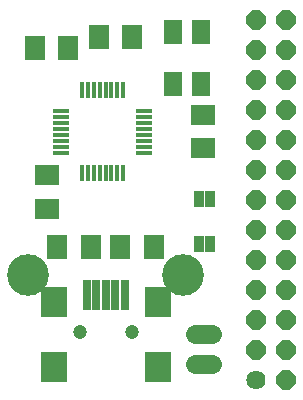
<source format=gts>
G75*
G70*
%OFA0B0*%
%FSLAX24Y24*%
%IPPOS*%
%LPD*%
%AMOC8*
5,1,8,0,0,1.08239X$1,22.5*
%
%ADD10R,0.0631X0.0828*%
%ADD11R,0.0789X0.0710*%
%ADD12R,0.0710X0.0789*%
%ADD13R,0.0710X0.0790*%
%ADD14C,0.0640*%
%ADD15OC8,0.0640*%
%ADD16C,0.0640*%
%ADD17R,0.0330X0.0580*%
%ADD18R,0.0867X0.1025*%
%ADD19R,0.0277X0.0989*%
%ADD20C,0.0474*%
%ADD21R,0.0530X0.0180*%
%ADD22R,0.0180X0.0530*%
%ADD23C,0.1390*%
D10*
X005820Y010589D03*
X006765Y010589D03*
X006765Y012321D03*
X005820Y012321D03*
D11*
X006830Y009556D03*
X006830Y008454D03*
X001625Y007550D03*
X001625Y006448D03*
D12*
X001229Y011805D03*
X002331Y011805D03*
X003354Y012180D03*
X004456Y012180D03*
D13*
X004070Y005180D03*
X003090Y005180D03*
X001970Y005180D03*
X005190Y005180D03*
D14*
X008580Y000730D03*
D15*
X008580Y001730D03*
X008580Y002730D03*
X008580Y003730D03*
X008580Y004730D03*
X008580Y005730D03*
X008580Y006730D03*
X008580Y007730D03*
X008580Y008730D03*
X008580Y009730D03*
X008580Y010730D03*
X008580Y011730D03*
X008580Y012730D03*
X009580Y012730D03*
X009580Y011730D03*
X009580Y010730D03*
X009580Y009730D03*
X009580Y008730D03*
X009580Y007730D03*
X009580Y006730D03*
X009580Y005730D03*
X009580Y004730D03*
X009580Y003730D03*
X009580Y002730D03*
X009580Y001730D03*
X009580Y000730D03*
D16*
X007135Y001280D02*
X006575Y001280D01*
X006575Y002280D02*
X007135Y002280D01*
D17*
X007045Y005268D03*
X006690Y005268D03*
X006690Y006755D03*
X007045Y006755D03*
D18*
X001848Y001168D03*
X001848Y003333D03*
X005312Y003333D03*
X005312Y001168D03*
D19*
X004210Y003555D03*
X003895Y003555D03*
X003580Y003555D03*
X003265Y003555D03*
X002950Y003555D03*
D20*
X002714Y002349D03*
X004446Y002349D03*
D21*
X004858Y008316D03*
X004858Y008513D03*
X004858Y008710D03*
X004858Y008907D03*
X004858Y009103D03*
X004858Y009300D03*
X004858Y009497D03*
X004858Y009694D03*
X002102Y009694D03*
X002102Y009497D03*
X002102Y009300D03*
X002102Y009103D03*
X002102Y008907D03*
X002102Y008710D03*
X002102Y008513D03*
X002102Y008316D03*
D22*
X002791Y007627D03*
X002988Y007627D03*
X003185Y007627D03*
X003382Y007627D03*
X003578Y007627D03*
X003775Y007627D03*
X003972Y007627D03*
X004169Y007627D03*
X004169Y010383D03*
X003972Y010383D03*
X003775Y010383D03*
X003578Y010383D03*
X003382Y010383D03*
X003185Y010383D03*
X002988Y010383D03*
X002791Y010383D03*
D23*
X000995Y004230D03*
X006165Y004230D03*
M02*

</source>
